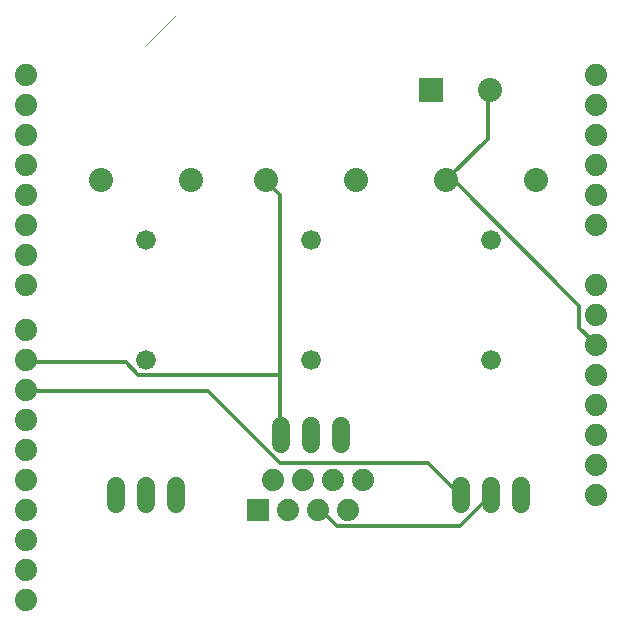
<source format=gbl>
G75*
%MOIN*%
%OFA0B0*%
%FSLAX25Y25*%
%IPPOS*%
%LPD*%
%AMOC8*
5,1,8,0,0,1.08239X$1,22.5*
%
%ADD10C,0.06600*%
%ADD11R,0.08000X0.08000*%
%ADD12C,0.08000*%
%ADD13C,0.07400*%
%ADD14R,0.07400X0.07400*%
%ADD15C,0.06000*%
%ADD16C,0.01300*%
%ADD17C,0.00000*%
D10*
X0055000Y0182524D03*
X0055000Y0222524D03*
X0110000Y0222524D03*
X0110000Y0182524D03*
X0170000Y0182524D03*
X0170000Y0222524D03*
D11*
X0150000Y0272524D03*
D12*
X0169685Y0272524D03*
X0155000Y0242524D03*
X0125000Y0242524D03*
X0095000Y0242524D03*
X0070000Y0242524D03*
X0040000Y0242524D03*
X0185000Y0242524D03*
D13*
X0015000Y0102524D03*
X0015000Y0112524D03*
X0015000Y0122524D03*
X0015000Y0132524D03*
X0015000Y0142524D03*
X0015000Y0152524D03*
X0015000Y0162524D03*
X0015000Y0172524D03*
X0015000Y0182524D03*
X0015000Y0192524D03*
X0015000Y0207524D03*
X0015000Y0217524D03*
X0015000Y0227524D03*
X0015000Y0237524D03*
X0015000Y0247524D03*
X0015000Y0257524D03*
X0015000Y0267524D03*
X0015000Y0277524D03*
X0097500Y0142524D03*
X0107500Y0142524D03*
X0102500Y0132524D03*
X0112500Y0132524D03*
X0117500Y0142524D03*
X0122500Y0132524D03*
X0127500Y0142524D03*
X0205000Y0147524D03*
X0205000Y0157524D03*
X0205000Y0167524D03*
X0205000Y0177524D03*
X0205000Y0187524D03*
X0205000Y0197524D03*
X0205000Y0207524D03*
X0205000Y0227524D03*
X0205000Y0237524D03*
X0205000Y0247524D03*
X0205000Y0257524D03*
X0205000Y0267524D03*
X0205000Y0277524D03*
X0205000Y0137524D03*
D14*
X0092500Y0132524D03*
D15*
X0100000Y0154524D02*
X0100000Y0160524D01*
X0110000Y0160524D02*
X0110000Y0154524D01*
X0120000Y0154524D02*
X0120000Y0160524D01*
X0160000Y0140524D02*
X0160000Y0134524D01*
X0170000Y0134524D02*
X0170000Y0140524D01*
X0180000Y0140524D02*
X0180000Y0134524D01*
X0065000Y0134524D02*
X0065000Y0140524D01*
X0055000Y0140524D02*
X0055000Y0134524D01*
X0045000Y0134524D02*
X0045000Y0140524D01*
D16*
X0015750Y0172324D02*
X0015000Y0172524D01*
X0015750Y0172324D02*
X0075600Y0172324D01*
X0099750Y0148174D01*
X0149100Y0148174D01*
X0159600Y0137674D01*
X0160000Y0137524D01*
X0169050Y0136624D02*
X0159600Y0127174D01*
X0118650Y0127174D01*
X0113400Y0132424D01*
X0112500Y0132524D01*
X0100000Y0157524D02*
X0099750Y0157624D01*
X0099750Y0177574D01*
X0052500Y0177574D01*
X0048300Y0181774D01*
X0015750Y0181774D01*
X0015000Y0182524D01*
X0095550Y0241624D02*
X0095000Y0242524D01*
X0095550Y0241624D02*
X0099750Y0237424D01*
X0099750Y0177574D01*
X0155000Y0242524D02*
X0156450Y0243724D01*
X0199500Y0200674D01*
X0199500Y0193324D01*
X0204750Y0188074D01*
X0205000Y0187524D01*
X0170000Y0137524D02*
X0169050Y0136624D01*
X0155000Y0242524D02*
X0155400Y0242674D01*
X0156450Y0243724D01*
X0169050Y0256324D01*
X0169050Y0272074D01*
X0169685Y0272524D01*
D17*
X0065000Y0297524D02*
X0055000Y0287524D01*
M02*

</source>
